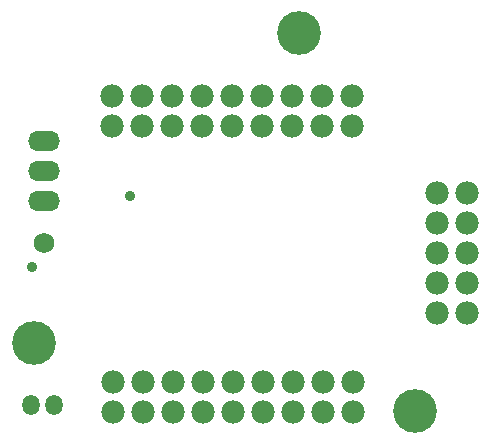
<source format=gbs>
G04*
G04 #@! TF.GenerationSoftware,Altium Limited,Altium Designer,20.0.13 (296)*
G04*
G04 Layer_Color=16711935*
%FSLAX25Y25*%
%MOIN*%
G70*
G01*
G75*
%ADD16O,0.10642X0.06800*%
%ADD17C,0.06800*%
%ADD18C,0.07800*%
%ADD19O,0.05721X0.06800*%
%ADD20C,0.03600*%
%ADD21C,0.14580*%
D16*
X235000Y119000D02*
D03*
Y129000D02*
D03*
Y109000D02*
D03*
D17*
Y95000D02*
D03*
D18*
X337500Y144000D02*
D03*
Y134000D02*
D03*
X327500Y144000D02*
D03*
Y134000D02*
D03*
X317500Y144000D02*
D03*
Y134000D02*
D03*
X307500Y144000D02*
D03*
Y134000D02*
D03*
X297500Y144000D02*
D03*
Y134000D02*
D03*
X287500Y144000D02*
D03*
Y134000D02*
D03*
X277500Y144000D02*
D03*
Y134000D02*
D03*
X267500Y144000D02*
D03*
Y134000D02*
D03*
X257500Y144000D02*
D03*
Y134000D02*
D03*
X258000Y38500D02*
D03*
Y48500D02*
D03*
X268000Y38500D02*
D03*
Y48500D02*
D03*
X278000Y38500D02*
D03*
Y48500D02*
D03*
X288000Y38500D02*
D03*
Y48500D02*
D03*
X298000Y38500D02*
D03*
Y48500D02*
D03*
X308000Y38500D02*
D03*
Y48500D02*
D03*
X318000Y38500D02*
D03*
Y48500D02*
D03*
X328000Y38500D02*
D03*
Y48500D02*
D03*
X338000Y38500D02*
D03*
Y48500D02*
D03*
X366000Y111500D02*
D03*
X376000D02*
D03*
X366000Y101500D02*
D03*
X376000D02*
D03*
X366000Y91500D02*
D03*
X376000D02*
D03*
X366000Y81500D02*
D03*
X376000D02*
D03*
X366000Y71500D02*
D03*
X376000D02*
D03*
D19*
X230563Y41000D02*
D03*
X238437D02*
D03*
D20*
X231000Y87000D02*
D03*
X263500Y110500D02*
D03*
D21*
X358500Y39000D02*
D03*
X320000Y165000D02*
D03*
X231500Y61500D02*
D03*
M02*

</source>
